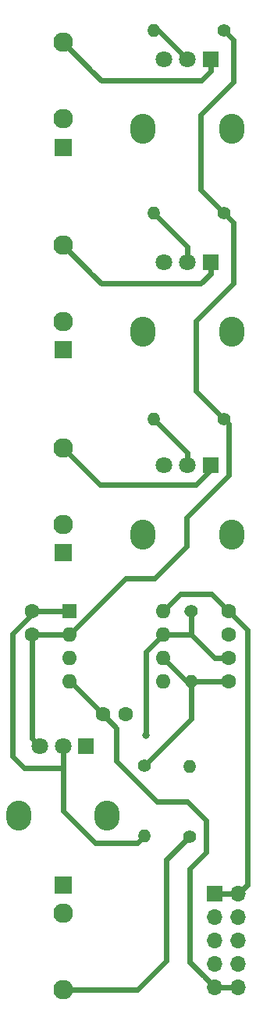
<source format=gbr>
G04 #@! TF.GenerationSoftware,KiCad,Pcbnew,(5.1.6-0-10_14)*
G04 #@! TF.CreationDate,2020-07-27T13:54:38+02:00*
G04 #@! TF.ProjectId,HelloWorld-noPanel,48656c6c-6f57-46f7-926c-642d6e6f5061,rev?*
G04 #@! TF.SameCoordinates,Original*
G04 #@! TF.FileFunction,Copper,L1,Top*
G04 #@! TF.FilePolarity,Positive*
%FSLAX46Y46*%
G04 Gerber Fmt 4.6, Leading zero omitted, Abs format (unit mm)*
G04 Created by KiCad (PCBNEW (5.1.6-0-10_14)) date 2020-07-27 13:54:38*
%MOMM*%
%LPD*%
G01*
G04 APERTURE LIST*
G04 #@! TA.AperFunction,ComponentPad*
%ADD10O,1.600000X1.600000*%
G04 #@! TD*
G04 #@! TA.AperFunction,ComponentPad*
%ADD11R,1.600000X1.600000*%
G04 #@! TD*
G04 #@! TA.AperFunction,ComponentPad*
%ADD12C,1.600000*%
G04 #@! TD*
G04 #@! TA.AperFunction,ComponentPad*
%ADD13C,2.130000*%
G04 #@! TD*
G04 #@! TA.AperFunction,ComponentPad*
%ADD14R,1.930000X1.830000*%
G04 #@! TD*
G04 #@! TA.AperFunction,ComponentPad*
%ADD15O,1.700000X1.700000*%
G04 #@! TD*
G04 #@! TA.AperFunction,ComponentPad*
%ADD16R,1.700000X1.700000*%
G04 #@! TD*
G04 #@! TA.AperFunction,ComponentPad*
%ADD17O,1.400000X1.400000*%
G04 #@! TD*
G04 #@! TA.AperFunction,ComponentPad*
%ADD18C,1.400000*%
G04 #@! TD*
G04 #@! TA.AperFunction,ComponentPad*
%ADD19O,2.720000X3.240000*%
G04 #@! TD*
G04 #@! TA.AperFunction,ComponentPad*
%ADD20C,1.800000*%
G04 #@! TD*
G04 #@! TA.AperFunction,ComponentPad*
%ADD21R,1.800000X1.800000*%
G04 #@! TD*
G04 #@! TA.AperFunction,ViaPad*
%ADD22C,0.800000*%
G04 #@! TD*
G04 #@! TA.AperFunction,Conductor*
%ADD23C,0.600000*%
G04 #@! TD*
G04 APERTURE END LIST*
D10*
X87376000Y-84836000D03*
X77216000Y-92456000D03*
X87376000Y-87376000D03*
X77216000Y-89916000D03*
X87376000Y-89916000D03*
X77216000Y-87376000D03*
X87376000Y-92456000D03*
D11*
X77216000Y-84836000D03*
D12*
X94488000Y-87336000D03*
X94488000Y-84836000D03*
X80812000Y-96012000D03*
X83312000Y-96012000D03*
X73152000Y-87336000D03*
X73152000Y-84836000D03*
X94488000Y-92416000D03*
X94488000Y-89916000D03*
D13*
X76500000Y-23100000D03*
D14*
X76500000Y-34500000D03*
D13*
X76500000Y-31400000D03*
X76500000Y-45100000D03*
D14*
X76500000Y-56500000D03*
D13*
X76500000Y-53400000D03*
X76500000Y-67100000D03*
D14*
X76500000Y-78500000D03*
D13*
X76500000Y-75400000D03*
D15*
X95540000Y-125660000D03*
X93000000Y-125660000D03*
X95540000Y-123120000D03*
X93000000Y-123120000D03*
X95540000Y-120580000D03*
X93000000Y-120580000D03*
X95540000Y-118040000D03*
X93000000Y-118040000D03*
X95540000Y-115500000D03*
D16*
X93000000Y-115500000D03*
D13*
X76500000Y-125900000D03*
D14*
X76500000Y-114500000D03*
D13*
X76500000Y-117600000D03*
D17*
X86360000Y-21844000D03*
D18*
X93980000Y-21844000D03*
D17*
X86360000Y-41656000D03*
D18*
X93980000Y-41656000D03*
D17*
X86360000Y-64008000D03*
D18*
X93980000Y-64008000D03*
D17*
X85344000Y-109220000D03*
D18*
X85344000Y-101600000D03*
D17*
X90424000Y-92456000D03*
D18*
X90424000Y-84836000D03*
D17*
X90250000Y-101630000D03*
D18*
X90250000Y-109250000D03*
D19*
X94800000Y-32500000D03*
X85200000Y-32500000D03*
D20*
X87500000Y-25000000D03*
X90000000Y-25000000D03*
D21*
X92500000Y-25000000D03*
D19*
X94800000Y-54500000D03*
X85200000Y-54500000D03*
D20*
X87500000Y-47000000D03*
X90000000Y-47000000D03*
D21*
X92500000Y-47000000D03*
D19*
X94800000Y-76500000D03*
X85200000Y-76500000D03*
D20*
X87500000Y-69000000D03*
X90000000Y-69000000D03*
D21*
X92500000Y-69000000D03*
D19*
X81300000Y-107000000D03*
X71700000Y-107000000D03*
D20*
X74000000Y-99500000D03*
X76500000Y-99500000D03*
D21*
X79000000Y-99500000D03*
D22*
X85500000Y-98250000D03*
D23*
X95540000Y-115500000D02*
X93000000Y-115500000D01*
X95613001Y-85961001D02*
X94488000Y-84836000D01*
X95540000Y-115500000D02*
X95613001Y-115426999D01*
X96500000Y-86848000D02*
X95613001Y-85961001D01*
X96500000Y-114540000D02*
X96500000Y-86848000D01*
X95613001Y-115426999D02*
X96500000Y-114540000D01*
X89212000Y-83000000D02*
X87376000Y-84836000D01*
X92652000Y-83000000D02*
X89212000Y-83000000D01*
X94488000Y-84836000D02*
X92652000Y-83000000D01*
X77176000Y-92416000D02*
X77216000Y-92456000D01*
X95540000Y-125660000D02*
X93000000Y-125660000D01*
X77256000Y-92456000D02*
X77216000Y-92456000D01*
X80812000Y-96012000D02*
X77256000Y-92456000D01*
X93000000Y-125660000D02*
X91824999Y-124484999D01*
X82296000Y-97496000D02*
X80812000Y-96012000D01*
X82296000Y-101092000D02*
X82296000Y-97496000D01*
X86704000Y-105500000D02*
X82296000Y-101092000D01*
X90000000Y-105500000D02*
X86704000Y-105500000D01*
X92000000Y-107500000D02*
X90000000Y-105500000D01*
X92000000Y-107500000D02*
X92000000Y-111000000D01*
X92000000Y-111000000D02*
X90250000Y-112750000D01*
X90250000Y-122910000D02*
X91824999Y-124484999D01*
X90250000Y-112750000D02*
X90250000Y-122910000D01*
X77216000Y-84836000D02*
X72644000Y-84836000D01*
X72344000Y-101808000D02*
X76500000Y-101808000D01*
X73478998Y-84836000D02*
X71068989Y-87246009D01*
X77216000Y-84836000D02*
X73478998Y-84836000D01*
X71068989Y-87246009D02*
X71068989Y-100532989D01*
X71068989Y-100532989D02*
X72344000Y-101808000D01*
X76500000Y-99500000D02*
X76500000Y-101808000D01*
X76500000Y-106472000D02*
X80010000Y-109982000D01*
X76500000Y-101808000D02*
X76500000Y-106472000D01*
X84582000Y-109982000D02*
X85344000Y-109220000D01*
X80010000Y-109982000D02*
X84582000Y-109982000D01*
X77176000Y-87336000D02*
X77216000Y-87376000D01*
X72644000Y-87336000D02*
X77176000Y-87336000D01*
X93725001Y-64262999D02*
X93980000Y-64008000D01*
X94996000Y-42672000D02*
X93980000Y-41656000D01*
X90932000Y-53340000D02*
X94996000Y-49276000D01*
X94996000Y-49276000D02*
X94996000Y-42672000D01*
X90932000Y-60960000D02*
X90932000Y-53340000D01*
X93980000Y-64008000D02*
X90932000Y-60960000D01*
X94996000Y-27432000D02*
X94996000Y-22860000D01*
X91440000Y-39116000D02*
X91440000Y-30988000D01*
X94996000Y-22860000D02*
X93980000Y-21844000D01*
X91440000Y-30988000D02*
X94996000Y-27432000D01*
X93980000Y-41656000D02*
X91440000Y-39116000D01*
X73152000Y-98652000D02*
X74000000Y-99500000D01*
X73152000Y-87336000D02*
X73152000Y-98652000D01*
X83312000Y-81280000D02*
X77216000Y-87376000D01*
X89916000Y-77834000D02*
X86470000Y-81280000D01*
X93980000Y-64008000D02*
X94488000Y-64516000D01*
X89916000Y-74676000D02*
X89916000Y-77834000D01*
X94488000Y-70104000D02*
X89916000Y-74676000D01*
X86470000Y-81280000D02*
X83312000Y-81280000D01*
X94488000Y-64516000D02*
X94488000Y-70104000D01*
X89916000Y-92456000D02*
X90424000Y-92456000D01*
X87376000Y-89916000D02*
X89916000Y-92456000D01*
X94448000Y-92456000D02*
X94488000Y-92416000D01*
X90424000Y-92456000D02*
X94448000Y-92456000D01*
X90424000Y-96520000D02*
X85344000Y-101600000D01*
X90424000Y-92456000D02*
X90424000Y-96520000D01*
X89916000Y-84836000D02*
X90424000Y-84836000D01*
X94488000Y-89916000D02*
X92964000Y-89916000D01*
X90424000Y-87376000D02*
X87376000Y-87376000D01*
X92964000Y-89916000D02*
X90424000Y-87376000D01*
X90424000Y-84836000D02*
X90424000Y-87376000D01*
X87376000Y-87376000D02*
X85500000Y-89252000D01*
X85500000Y-89252000D02*
X85500000Y-98250000D01*
X79625001Y-26225001D02*
X76500000Y-23100000D01*
X91500000Y-27250000D02*
X80650000Y-27250000D01*
X92500000Y-26250000D02*
X91500000Y-27250000D01*
X80650000Y-27250000D02*
X79625001Y-26225001D01*
X92500000Y-25000000D02*
X92500000Y-26250000D01*
X92500000Y-47000000D02*
X92500000Y-46780000D01*
X79625001Y-48225001D02*
X76500000Y-45100000D01*
X80676000Y-49276000D02*
X79625001Y-48225001D01*
X91474000Y-49276000D02*
X80676000Y-49276000D01*
X92500000Y-48250000D02*
X91474000Y-49276000D01*
X92500000Y-47000000D02*
X92500000Y-48250000D01*
X92500000Y-69522000D02*
X90902000Y-71120000D01*
X80520000Y-71120000D02*
X76500000Y-67100000D01*
X90902000Y-71120000D02*
X80520000Y-71120000D01*
X92500000Y-69000000D02*
X92500000Y-69522000D01*
X76500000Y-125900000D02*
X84600000Y-125900000D01*
X84600000Y-125900000D02*
X87750000Y-122750000D01*
X87750000Y-111750000D02*
X90250000Y-109250000D01*
X87750000Y-122750000D02*
X87750000Y-111750000D01*
X86844000Y-21844000D02*
X86360000Y-21844000D01*
X90000000Y-25000000D02*
X86844000Y-21844000D01*
X90000000Y-45296000D02*
X86360000Y-41656000D01*
X90000000Y-47000000D02*
X90000000Y-45296000D01*
X90000000Y-67648000D02*
X86360000Y-64008000D01*
X90000000Y-69000000D02*
X90000000Y-67648000D01*
X79000000Y-99500000D02*
X79180000Y-99500000D01*
M02*

</source>
